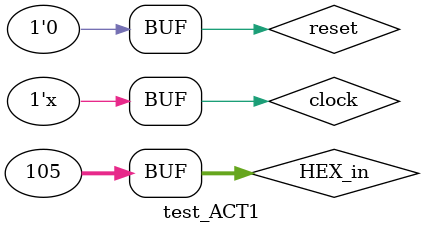
<source format=sv>
`timescale 1ns / 1ps


module test_ACT1();
    logic [31:0]HEX_in;
    logic clock;
    logic reset;
    logic [6:0]segments;
    logic [7:0]anodes;
    
    S4_actividad1 DUT(
        .HEX_in(HEX_in),
        .clock(clock),
        .reset(reset),
        .segments(segments),
        .anodes(anodes));
    
    always#10 clock = ~clock;
    
    initial begin 
        clock = 0;
        reset = 1;
        HEX_in = 32'h69;
        #15
        reset = 0;
        #50
        reset = 1;
        #20
        reset =0;
   end
endmodule

</source>
